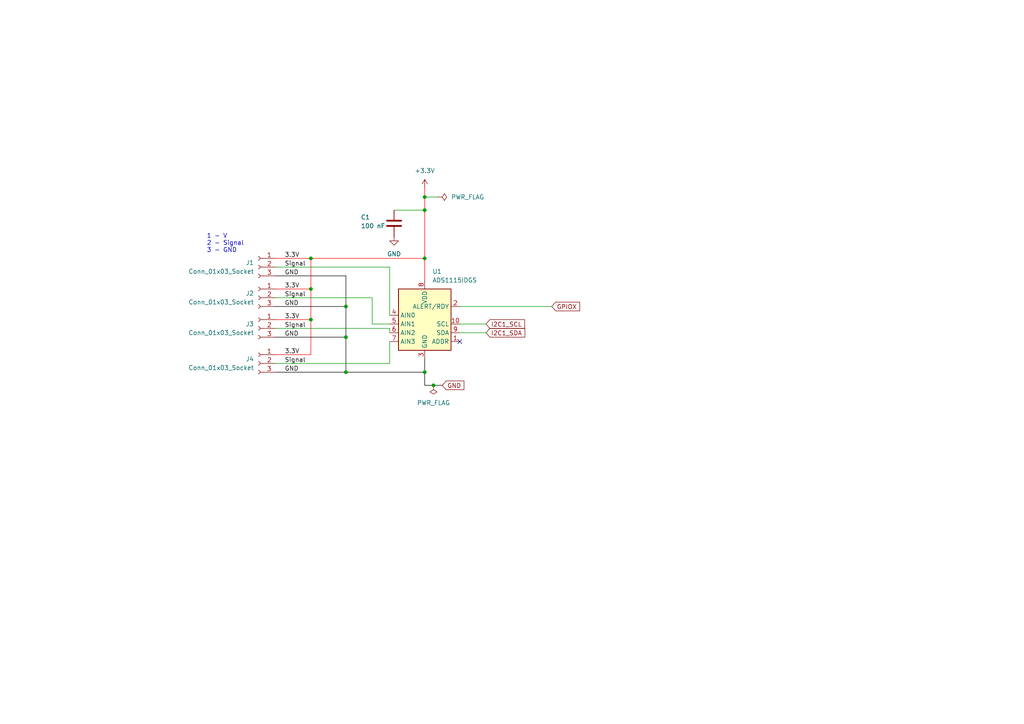
<source format=kicad_sch>
(kicad_sch (version 20231120) (generator "eeschema") (generator_version "8.0")
  (paper "A4")
  (lib_symbols
    (symbol "Analog_ADC:ADS1115IDGS"
      (property "Reference" "U" (at 2.54 13.97 0))
      (property "Value" "ADS1115IDGS" (at 7.62 11.43 0))
      (symbol "ADS1115IDGS_0_1"
        (rectangle (start -7.62 10.16) (end 7.62 -7.62) (stroke (width 0.254)) (fill (type background)))
      )
      (symbol "ADS1115IDGS_1_1"
        (pin input line (at 10.16 -5.08 180) (length 2.54) (name "ADDR") (number "1"))
        (pin input line (at 10.16 0 180) (length 2.54) (name "SCL") (number "10"))
        (pin output line (at 10.16 5.08 180) (length 2.54) (name "ALERT/RDY") (number "2"))
        (pin power_in line (at 0 -10.16 90) (length 2.54) (name "GND") (number "3"))
        (pin input line (at -10.16 2.54 0) (length 2.54) (name "AIN0") (number "4"))
        (pin input line (at -10.16 0 0) (length 2.54) (name "AIN1") (number "5"))
        (pin input line (at -10.16 -2.54 0) (length 2.54) (name "AIN2") (number "6"))
        (pin input line (at -10.16 -5.08 0) (length 2.54) (name "AIN3") (number "7"))
        (pin power_in line (at 0 12.7 270) (length 2.54) (name "VDD") (number "8"))
        (pin bidirectional line (at 10.16 -2.54 180) (length 2.54) (name "SDA") (number "9"))
      )
    )
    (symbol "Connector:Conn_01x03_Socket" (pin_names (offset 1.016) hide)
      (property "Reference" "J" (at 0 5.08 0))
      (property "Value" "Conn_01x03_Socket" (at 0 -5.08 0))
      (symbol "Conn_01x03_Socket_1_1"
        (arc (start 0 -2.032) (mid -0.5058 -2.54) (end 0 -3.048) (stroke (width 0.1524)))
        (polyline (pts (xy -1.27 -2.54) (xy -0.508 -2.54)) (stroke (width 0.1524)))
        (polyline (pts (xy -1.27 0) (xy -0.508 0)) (stroke (width 0.1524)))
        (polyline (pts (xy -1.27 2.54) (xy -0.508 2.54)) (stroke (width 0.1524)))
        (arc (start 0 0.508) (mid -0.5058 0) (end 0 -0.508) (stroke (width 0.1524)))
        (arc (start 0 3.048) (mid -0.5058 2.54) (end 0 2.032) (stroke (width 0.1524)))
        (pin passive line (at -5.08 2.54 0) (length 3.81) (name "Pin_1") (number "1"))
        (pin passive line (at -5.08 0 0) (length 3.81) (name "Pin_2") (number "2"))
        (pin passive line (at -5.08 -2.54 0) (length 3.81) (name "Pin_3") (number "3"))
      )
    )
    (symbol "Device:C" (pin_numbers hide) (pin_names (offset 0.254))
      (property "Reference" "C" (at 0.635 2.54 0))
      (property "Value" "C" (at 0.635 -2.54 0))
      (symbol "C_0_1"
        (polyline (pts (xy -2.032 -0.762) (xy 2.032 -0.762)) (stroke (width 0.508)))
        (polyline (pts (xy -2.032 0.762) (xy 2.032 0.762)) (stroke (width 0.508)))
      )
      (symbol "C_1_1"
        (pin passive line (at 0 3.81 270) (length 2.794) (name "~") (number "1"))
        (pin passive line (at 0 -3.81 90) (length 2.794) (name "~") (number "2"))
      )
    )
    (symbol "power:+3.3V" (power) (pin_numbers hide) (pin_names (offset 0) hide)
      (property "Value" "+3.3V" (at 0 3.556 0))
      (symbol "+3.3V_0_1"
        (polyline (pts (xy -0.762 1.27) (xy 0 2.54)))
        (polyline (pts (xy 0 0) (xy 0 2.54)))
        (polyline (pts (xy 0 2.54) (xy 0.762 1.27)))
      )
      (symbol "+3.3V_1_1"
        (pin power_in line (at 0 0 90) (length 0) (name "~") (number "1"))
      )
    )
    (symbol "power:GND" (power) (pin_numbers hide) (pin_names (offset 0) hide)
      (property "Value" "GND" (at 0 -3.81 0))
      (symbol "GND_0_1"
        (polyline (pts (xy 0 0) (xy 0 -1.27) (xy 1.27 -1.27) (xy 0 -2.54) (xy -1.27 -1.27) (xy 0 -1.27)))
      )
      (symbol "GND_1_1"
        (pin power_in line (at 0 0 270) (length 0) (name "~") (number "1"))
      )
    )
    (symbol "power:PWR_FLAG" (power) (pin_numbers hide) (pin_names (offset 0) hide)
      (property "Value" "PWR_FLAG" (at 0 3.81 0))
      (symbol "PWR_FLAG_0_0"
        (pin power_out line (at 0 0 90) (length 0) (name "~") (number "1"))
      )
      (symbol "PWR_FLAG_0_1"
        (polyline (pts (xy 0 0) (xy 0 1.27) (xy -1.016 1.905) (xy 0 2.54) (xy 1.016 1.905) (xy 0 1.27)))
      )
    )
  )
  (junction (at 100.33 107.95))
  (junction (at 123.19 57.15))
  (junction (at 90.17 74.93))
  (junction (at 100.33 97.79))
  (junction (at 90.17 83.82))
  (junction (at 100.33 88.9))
  (junction (at 123.19 60.96))
  (junction (at 125.73 111.76))
  (junction (at 90.17 92.71))
  (junction (at 123.19 107.95))
  (junction (at 123.19 74.93))
  (no_connect (at 133.35 99.06))
  (wire (pts (xy 113.03 77.47) (xy 113.03 91.44)))
  (wire (pts (xy 133.35 96.52) (xy 140.97 96.52)))
  (wire (pts (xy 123.19 54.61) (xy 123.19 57.15)) (stroke (width 0) (color 255 0 0 1)))
  (wire (pts (xy 123.19 57.15) (xy 123.19 60.96)) (stroke (width 0) (color 255 0 0 1)))
  (wire (pts (xy 100.33 97.79) (xy 100.33 107.95)) (stroke (width 0) (color 1 0 0 1)))
  (wire (pts (xy 90.17 102.87) (xy 90.17 92.71)) (stroke (width 0) (color 255 0 0 1)))
  (wire (pts (xy 123.19 60.96) (xy 123.19 74.93)) (stroke (width 0) (color 255 0 0 1)))
  (wire (pts (xy 80.01 80.01) (xy 100.33 80.01)) (stroke (width 0) (color 1 0 0 1)))
  (wire (pts (xy 90.17 74.93) (xy 123.19 74.93)) (stroke (width 0) (color 255 0 0 1)))
  (wire (pts (xy 80.01 83.82) (xy 90.17 83.82)) (stroke (width 0) (color 255 0 0 1)))
  (wire (pts (xy 80.01 92.71) (xy 90.17 92.71)) (stroke (width 0) (color 255 0 0 1)))
  (wire (pts (xy 100.33 107.95) (xy 123.19 107.95)) (stroke (width 0) (color 1 0 0 1)))
  (wire (pts (xy 100.33 88.9) (xy 100.33 97.79)) (stroke (width 0) (color 1 0 0 1)))
  (wire (pts (xy 133.35 93.98) (xy 140.97 93.98)))
  (wire (pts (xy 107.95 86.36) (xy 107.95 93.98)))
  (wire (pts (xy 113.03 105.41) (xy 113.03 99.06)))
  (wire (pts (xy 113.03 95.25) (xy 113.03 96.52)))
  (wire (pts (xy 123.19 107.95) (xy 123.19 111.76)) (stroke (width 0) (color 1 0 0 1)))
  (wire (pts (xy 123.19 111.76) (xy 125.73 111.76)) (stroke (width 0) (color 1 0 0 1)))
  (wire (pts (xy 80.01 107.95) (xy 100.33 107.95)) (stroke (width 0) (color 1 0 0 1)))
  (wire (pts (xy 133.35 88.9) (xy 160.02 88.9)))
  (wire (pts (xy 80.01 102.87) (xy 90.17 102.87)) (stroke (width 0) (color 255 0 0 1)))
  (wire (pts (xy 80.01 77.47) (xy 113.03 77.47)))
  (wire (pts (xy 80.01 86.36) (xy 107.95 86.36)))
  (wire (pts (xy 80.01 97.79) (xy 100.33 97.79)) (stroke (width 0) (color 1 0 0 1)))
  (wire (pts (xy 100.33 80.01) (xy 100.33 88.9)) (stroke (width 0) (color 1 0 0 1)))
  (wire (pts (xy 80.01 95.25) (xy 113.03 95.25)))
  (wire (pts (xy 90.17 83.82) (xy 90.17 74.93)) (stroke (width 0) (color 255 0 0 1)))
  (wire (pts (xy 107.95 93.98) (xy 113.03 93.98)))
  (wire (pts (xy 123.19 104.14) (xy 123.19 107.95)) (stroke (width 0) (color 1 0 0 1)))
  (wire (pts (xy 125.73 111.76) (xy 128.27 111.76)) (stroke (width 0) (color 1 0 0 1)))
  (wire (pts (xy 80.01 88.9) (xy 100.33 88.9)) (stroke (width 0) (color 1 0 0 1)))
  (wire (pts (xy 123.19 81.28) (xy 123.19 74.93)) (stroke (width 0) (color 255 0 0 1)))
  (wire (pts (xy 80.01 105.41) (xy 113.03 105.41)))
  (wire (pts (xy 90.17 92.71) (xy 90.17 83.82)) (stroke (width 0) (color 255 0 0 1)))
  (wire (pts (xy 114.3 60.96) (xy 123.19 60.96)))
  (wire (pts (xy 123.19 57.15) (xy 127 57.15)))
  (wire (pts (xy 80.01 74.93) (xy 90.17 74.93)) (stroke (width 0) (color 255 0 0 1)))
  (text "1 - V\n2 - Signal\n3 - GND" (at 59.944 70.612 0) (effects (font (size 1.27 1.27)) (justify left)))
  (label "3.3V" (at 82.55 92.71 0))
  (label "3.3V" (at 82.55 83.82 0))
  (label "GND" (at 82.55 80.01 0))
  (label "Signal" (at 82.55 77.47 0))
  (label "Signal" (at 82.55 105.41 0))
  (label "GND" (at 82.55 107.95 0))
  (label "Signal" (at 82.55 95.25 0))
  (label "3.3V" (at 82.55 102.87 0))
  (label "GND" (at 82.55 88.9 0))
  (label "GND" (at 82.55 97.79 0))
  (label "Signal" (at 82.55 86.36 0))
  (label "3.3V" (at 82.55 74.93 0))
  (global_label "GND" (shape input) (at 128.27 111.76 0) (property "Intersheetrefs" "${INTERSHEET_REFS}" (effects (hide yes))))
  (global_label "I2C1_SDA" (shape input) (at 140.97 96.52 0) (property "Intersheetrefs" "${INTERSHEET_REFS}" (effects (hide yes))))
  (global_label "GPIOX" (shape input) (at 160.02 88.9 0) (property "Intersheetrefs" "${INTERSHEET_REFS}" (effects (hide yes))))
  (global_label "I2C1_SCL" (shape input) (at 140.97 93.98 0) (property "Intersheetrefs" "${INTERSHEET_REFS}" (effects (hide yes))))
  (symbol (lib_id "power:PWR_FLAG") (at 125.73 111.76 180) (unit 1)
    (property "Reference" "#FLG02" (effects (hide yes)))
    (property "Value" "PWR_FLAG" (at 125.73 116.84 0))
    (property "Description" "Special symbol for telling ERC where power comes from" (effects (hide yes)))
  )
  (symbol (lib_id "Connector:Conn_01x03_Socket") (at 74.93 77.47 0) (mirror y) (unit 1)
    (property "Reference" "J1" (at 73.66 76.1999 0) (effects (justify left)))
    (property "Value" "Conn_01x03_Socket" (at 73.66 78.7399 0) (effects (justify left)))
    (property "Description" "Generic connector, single row, 01x03, script generated" (effects (hide yes)))
  )
  (symbol (lib_id "Connector:Conn_01x03_Socket") (at 74.93 86.36 0) (mirror y) (unit 1)
    (property "Reference" "J2" (at 73.66 85.0899 0) (effects (justify left)))
    (property "Value" "Conn_01x03_Socket" (at 73.66 87.6299 0) (effects (justify left)))
    (property "Description" "Generic connector, single row, 01x03, script generated" (effects (hide yes)))
  )
  (symbol (lib_id "Device:C") (at 114.3 64.77 0) (unit 1)
    (property "Reference" "C1" (at 104.648 62.992 0) (effects (justify left)))
    (property "Value" "100 nF" (at 104.648 65.532 0) (effects (justify left)))
    (property "Description" "Unpolarized capacitor" (effects (hide yes)))
  )
  (symbol (lib_id "Analog_ADC:ADS1115IDGS") (at 123.19 93.98 0) (unit 1)
    (property "Reference" "U1" (at 125.3841 78.74 0) (effects (justify left)))
    (property "Value" "ADS1115IDGS" (at 125.3841 81.28 0) (effects (justify left)))
    (property "Footprint" "Package_SO:TSSOP-10_3x3mm_P0.5mm" (effects (hide yes)))
    (property "Datasheet" "http://www.ti.com/lit/ds/symlink/ads1113.pdf" (effects (hide yes)))
    (property "Description" "Ultra-Small, Low-Power, I2C-Compatible, 860-SPS, 16-Bit ADCs With Internal Reference, Oscillator, and Programmable Comparator, VSSOP-10" (effects (hide yes)))
  )
  (symbol (lib_id "Connector:Conn_01x03_Socket") (at 74.93 95.25 0) (mirror y) (unit 1)
    (property "Reference" "J3" (at 73.66 93.9799 0) (effects (justify left)))
    (property "Value" "Conn_01x03_Socket" (at 73.66 96.5199 0) (effects (justify left)))
    (property "Description" "Generic connector, single row, 01x03, script generated" (effects (hide yes)))
  )
  (symbol (lib_id "power:+3.3V") (at 123.19 54.61 0) (unit 1)
    (property "Reference" "#PWR01" (effects (hide yes)))
    (property "Value" "+3.3V" (at 123.19 49.53 0))
    (property "Description" "Power symbol creates a global label with name \"+3.3V\"" (effects (hide yes)))
  )
  (symbol (lib_id "power:PWR_FLAG") (at 127 57.15 270) (unit 1)
    (property "Reference" "#FLG01" (effects (hide yes)))
    (property "Value" "PWR_FLAG" (at 130.81 57.1499 90) (effects (justify left)))
    (property "Description" "Special symbol for telling ERC where power comes from" (effects (hide yes)))
  )
  (symbol (lib_id "power:GND") (at 114.3 68.58 0) (unit 1)
    (property "Reference" "#PWR02" (effects (hide yes)))
    (property "Value" "GND" (at 114.3 73.66 0))
    (property "Description" "Power symbol creates a global label with name \"GND\" , ground" (effects (hide yes)))
  )
  (symbol (lib_id "Connector:Conn_01x03_Socket") (at 74.93 105.41 0) (mirror y) (unit 1)
    (property "Reference" "J4" (at 73.66 104.1399 0) (effects (justify left)))
    (property "Value" "Conn_01x03_Socket" (at 73.66 106.6799 0) (effects (justify left)))
    (property "Description" "Generic connector, single row, 01x03, script generated" (effects (hide yes)))
  )
)
</source>
